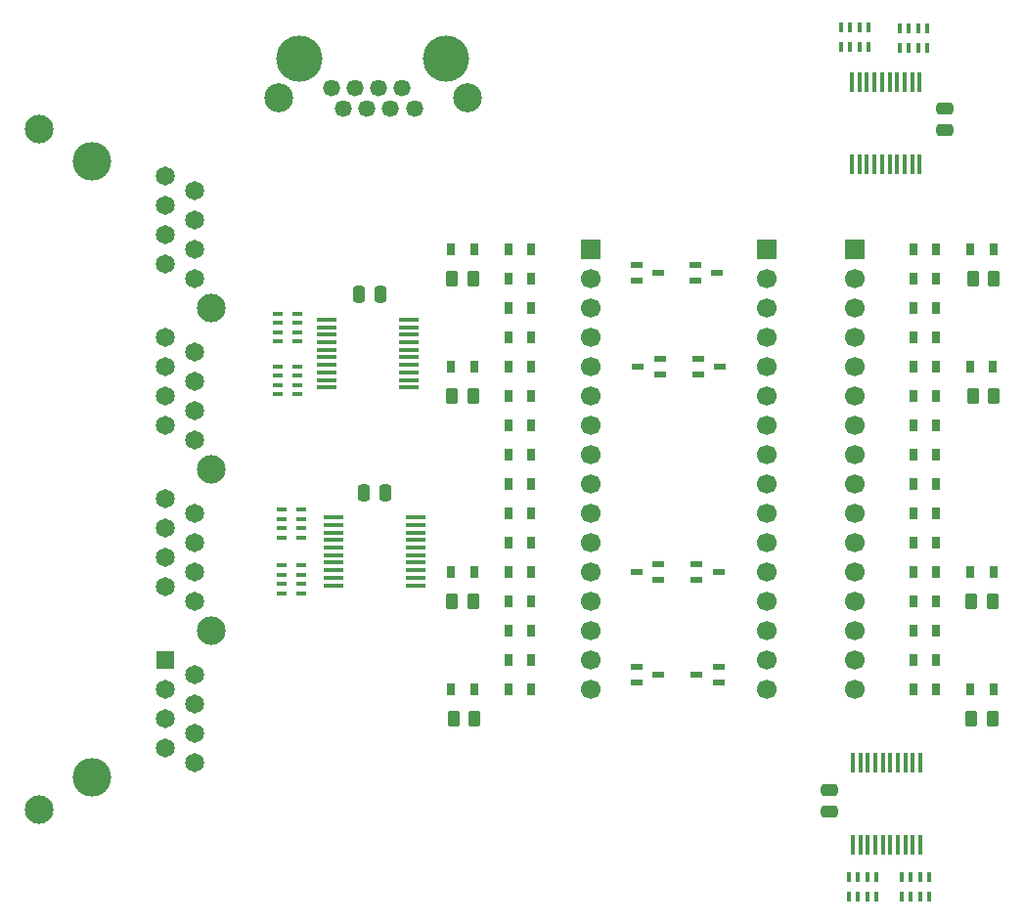
<source format=gts>
%TF.GenerationSoftware,KiCad,Pcbnew,9.0.4*%
%TF.CreationDate,2025-08-27T19:47:37+02:00*%
%TF.ProjectId,HCP65 32 Pin Tester,48435036-3520-4333-9220-50696e205465,V1*%
%TF.SameCoordinates,Original*%
%TF.FileFunction,Soldermask,Top*%
%TF.FilePolarity,Negative*%
%FSLAX46Y46*%
G04 Gerber Fmt 4.6, Leading zero omitted, Abs format (unit mm)*
G04 Created by KiCad (PCBNEW 9.0.4) date 2025-08-27 19:47:37*
%MOMM*%
%LPD*%
G01*
G04 APERTURE LIST*
G04 Aperture macros list*
%AMRoundRect*
0 Rectangle with rounded corners*
0 $1 Rounding radius*
0 $2 $3 $4 $5 $6 $7 $8 $9 X,Y pos of 4 corners*
0 Add a 4 corners polygon primitive as box body*
4,1,4,$2,$3,$4,$5,$6,$7,$8,$9,$2,$3,0*
0 Add four circle primitives for the rounded corners*
1,1,$1+$1,$2,$3*
1,1,$1+$1,$4,$5*
1,1,$1+$1,$6,$7*
1,1,$1+$1,$8,$9*
0 Add four rect primitives between the rounded corners*
20,1,$1+$1,$2,$3,$4,$5,0*
20,1,$1+$1,$4,$5,$6,$7,0*
20,1,$1+$1,$6,$7,$8,$9,0*
20,1,$1+$1,$8,$9,$2,$3,0*%
G04 Aperture macros list end*
%ADD10R,0.800000X1.000000*%
%ADD11RoundRect,0.250000X-0.262500X-0.450000X0.262500X-0.450000X0.262500X0.450000X-0.262500X0.450000X0*%
%ADD12R,0.450000X1.800000*%
%ADD13R,0.900000X0.450000*%
%ADD14R,1.000000X0.550000*%
%ADD15R,0.450000X0.900000*%
%ADD16RoundRect,0.250000X-0.475000X0.250000X-0.475000X-0.250000X0.475000X-0.250000X0.475000X0.250000X0*%
%ADD17RoundRect,0.250000X0.475000X-0.250000X0.475000X0.250000X-0.475000X0.250000X-0.475000X-0.250000X0*%
%ADD18R,1.800000X0.450000*%
%ADD19RoundRect,0.250000X0.250000X0.475000X-0.250000X0.475000X-0.250000X-0.475000X0.250000X-0.475000X0*%
%ADD20C,3.330000*%
%ADD21R,1.650000X1.650000*%
%ADD22C,1.650000*%
%ADD23C,2.475000*%
%ADD24R,1.700000X1.700000*%
%ADD25C,1.700000*%
%ADD26C,4.000000*%
%ADD27C,1.470000*%
%ADD28C,2.500000*%
G04 APERTURE END LIST*
D10*
%TO.C,LED36*%
X66786000Y-16510000D03*
X64785999Y-16510000D03*
%TD*%
%TO.C,LED4*%
X71752500Y-34290000D03*
X69752499Y-34290000D03*
%TD*%
%TO.C,LED39*%
X66786000Y-24130000D03*
X64785999Y-24130000D03*
%TD*%
%TO.C,LED25*%
X66786000Y-29210000D03*
X64785999Y-29210000D03*
%TD*%
%TO.C,LED29*%
X66786000Y-39370000D03*
X64785999Y-39370000D03*
%TD*%
%TO.C,LED19*%
X29734000Y-36830000D03*
X31734001Y-36830000D03*
%TD*%
D11*
%TO.C,R1*%
X24868500Y-8880000D03*
X26693500Y-8880000D03*
%TD*%
D10*
%TO.C,LED12*%
X29734000Y-13970000D03*
X31734001Y-13970000D03*
%TD*%
D11*
%TO.C,R11*%
X69826500Y-46980000D03*
X71651500Y-46980000D03*
%TD*%
D10*
%TO.C,LED14*%
X29734000Y-8890000D03*
X31734001Y-8890000D03*
%TD*%
%TO.C,LED5*%
X24767500Y-44450000D03*
X26767501Y-44450000D03*
%TD*%
%TO.C,LED20*%
X29734000Y-34290000D03*
X31734001Y-34290000D03*
%TD*%
%TO.C,LED1*%
X24767500Y-6350000D03*
X26767501Y-6350000D03*
%TD*%
D12*
%TO.C,IC4*%
X65338000Y8116000D03*
X64688000Y8116000D03*
X64038000Y8116001D03*
X63388000Y8116000D03*
X62738000Y8116000D03*
X62088000Y8116000D03*
X61438000Y8116000D03*
X60788000Y8116001D03*
X60138000Y8116000D03*
X59488000Y8116000D03*
X59488000Y1016000D03*
X60138000Y1016000D03*
X60788000Y1015999D03*
X61438000Y1016000D03*
X62088000Y1016000D03*
X62738000Y1016000D03*
X63388000Y1016000D03*
X64038000Y1015999D03*
X64688000Y1016000D03*
X65338000Y1016000D03*
%TD*%
D10*
%TO.C,LED30*%
X66786000Y-41910000D03*
X64785999Y-41910000D03*
%TD*%
D13*
%TO.C,RN1*%
X11496000Y-18896200D03*
X11496000Y-18096200D03*
X11496000Y-17296200D03*
X11496000Y-16496200D03*
X9796000Y-16496200D03*
X9796000Y-17296200D03*
X9796000Y-18096200D03*
X9796000Y-18896200D03*
%TD*%
D10*
%TO.C,LED27*%
X66786000Y-34290000D03*
X64785999Y-34290000D03*
%TD*%
D14*
%TO.C,D5*%
X40833000Y-42530000D03*
X40833000Y-43830000D03*
X42732999Y-43180000D03*
%TD*%
D10*
%TO.C,LED22*%
X29734000Y-29210000D03*
X31734001Y-29210000D03*
%TD*%
%TO.C,LED9*%
X29734000Y-21590000D03*
X31734001Y-21590000D03*
%TD*%
D11*
%TO.C,R7*%
X24884500Y-36820000D03*
X26709500Y-36820000D03*
%TD*%
D10*
%TO.C,LED8*%
X24783500Y-34290000D03*
X26783501Y-34290000D03*
%TD*%
%TO.C,LED34*%
X66786000Y-11430000D03*
X64785999Y-11430000D03*
%TD*%
D15*
%TO.C,RN3*%
X58546000Y11180000D03*
X59346000Y11180000D03*
X60146000Y11180000D03*
X60946000Y11180000D03*
X60946000Y12880000D03*
X60146000Y12880000D03*
X59346000Y12880000D03*
X58546000Y12880000D03*
%TD*%
D10*
%TO.C,LED26*%
X66786000Y-31750000D03*
X64785999Y-31750000D03*
%TD*%
%TO.C,LED13*%
X29734000Y-11430000D03*
X31734001Y-11430000D03*
%TD*%
%TO.C,LED21*%
X29734000Y-31750000D03*
X31734001Y-31750000D03*
%TD*%
%TO.C,LED15*%
X29734000Y-6350000D03*
X31734001Y-6350000D03*
%TD*%
D16*
%TO.C,C4*%
X57490000Y-53162000D03*
X57490000Y-55062000D03*
%TD*%
D10*
%TO.C,LED16*%
X29734000Y-44450000D03*
X31734001Y-44450000D03*
%TD*%
%TO.C,LED3*%
X71707000Y-16510000D03*
X69706999Y-16510000D03*
%TD*%
D17*
%TO.C,C2*%
X67493000Y3936000D03*
X67493000Y5836000D03*
%TD*%
D14*
%TO.C,D1*%
X40833000Y-7732000D03*
X40833000Y-9032000D03*
X42732999Y-8382000D03*
%TD*%
D13*
%TO.C,RN6*%
X11801000Y-31299000D03*
X11801000Y-30499000D03*
X11801000Y-29699000D03*
X11801000Y-28899000D03*
X10101000Y-28899000D03*
X10101000Y-29699000D03*
X10101000Y-30499000D03*
X10101000Y-31299000D03*
%TD*%
D18*
%TO.C,IC1*%
X14046000Y-12457000D03*
X14046000Y-13107000D03*
X14045999Y-13757000D03*
X14046000Y-14407000D03*
X14046000Y-15057000D03*
X14046000Y-15707000D03*
X14046000Y-16357000D03*
X14045999Y-17007000D03*
X14046000Y-17657000D03*
X14046000Y-18307000D03*
X21146000Y-18307000D03*
X21146000Y-17657000D03*
X21146001Y-17007000D03*
X21146000Y-16357000D03*
X21146000Y-15707000D03*
X21146000Y-15057000D03*
X21146000Y-14407000D03*
X21146001Y-13757000D03*
X21146000Y-13107000D03*
X21146000Y-12457000D03*
%TD*%
D12*
%TO.C,IC3*%
X59559000Y-57906000D03*
X60209000Y-57906000D03*
X60859000Y-57906000D03*
X61509000Y-57906000D03*
X62159000Y-57906000D03*
X62809000Y-57906000D03*
X63459000Y-57906000D03*
X64109000Y-57906000D03*
X64759000Y-57906000D03*
X65409000Y-57906000D03*
X65409000Y-50806000D03*
X64759000Y-50806000D03*
X64109000Y-50806000D03*
X63459000Y-50806000D03*
X62809000Y-50806000D03*
X62159000Y-50806000D03*
X61509000Y-50806000D03*
X60859000Y-50806000D03*
X60209000Y-50806000D03*
X59559000Y-50806000D03*
%TD*%
D10*
%TO.C,LED6*%
X71736500Y-6350000D03*
X69736499Y-6350000D03*
%TD*%
D15*
%TO.C,RN9*%
X61611000Y-60716000D03*
X60811000Y-60716000D03*
X60011000Y-60716000D03*
X59211000Y-60716000D03*
X59211000Y-62416000D03*
X60011000Y-62416000D03*
X60811000Y-62416000D03*
X61611000Y-62416000D03*
%TD*%
D10*
%TO.C,LED17*%
X29734000Y-41910000D03*
X31734001Y-41910000D03*
%TD*%
%TO.C,LED18*%
X29734000Y-39370000D03*
X31734001Y-39370000D03*
%TD*%
D19*
%TO.C,C1*%
X18669000Y-10287000D03*
X16769000Y-10287000D03*
%TD*%
D20*
%TO.C,J1*%
X-6350000Y1270000D03*
X-6350000Y-52070000D03*
D21*
X0Y-41910000D03*
D22*
X2540000Y-43180000D03*
X0Y-44450000D03*
X2540000Y-45720000D03*
X0Y-46989999D03*
X2540000Y-48260000D03*
X0Y-49530000D03*
X2540000Y-50800000D03*
X0Y-27940000D03*
X2540000Y-29210000D03*
X0Y-30479999D03*
X2540000Y-31750000D03*
X0Y-33020000D03*
X2540000Y-34290000D03*
X0Y-35560000D03*
X2540000Y-36830000D03*
X0Y-13970001D03*
X2540000Y-15240000D03*
X0Y-16510000D03*
X2540000Y-17780000D03*
X0Y-19050000D03*
X2540000Y-20320000D03*
X0Y-21590000D03*
X2540000Y-22860000D03*
X0Y0D03*
X2540000Y-1270000D03*
X0Y-2540000D03*
X2540000Y-3810000D03*
X0Y-5080000D03*
X2540000Y-6350000D03*
X0Y-7619999D03*
X2540000Y-8890000D03*
D23*
X-10920000Y4060000D03*
X4060000Y-11430000D03*
X4060000Y-25400001D03*
X4060000Y-39370000D03*
X-10920000Y-54860000D03*
%TD*%
D10*
%TO.C,LED37*%
X66786000Y-19050000D03*
X64785999Y-19050000D03*
%TD*%
%TO.C,LED31*%
X66786000Y-44450000D03*
X64785999Y-44450000D03*
%TD*%
D13*
%TO.C,RN2*%
X11496000Y-14329200D03*
X11496000Y-13529200D03*
X11496000Y-12729200D03*
X11496000Y-11929200D03*
X9796000Y-11929200D03*
X9796000Y-12729200D03*
X9796000Y-13529200D03*
X9796000Y-14329200D03*
%TD*%
D14*
%TO.C,D8*%
X42733000Y-34940000D03*
X42733000Y-33640000D03*
X40833001Y-34290000D03*
%TD*%
D11*
%TO.C,R4*%
X24995500Y-46980000D03*
X26820500Y-46980000D03*
%TD*%
D19*
%TO.C,C3*%
X19095000Y-27432000D03*
X17195000Y-27432000D03*
%TD*%
D24*
%TO.C,J8*%
X36830000Y-6350000D03*
D25*
X36830000Y-8890000D03*
X36830000Y-11430000D03*
X36830000Y-13970000D03*
X36830000Y-16510000D03*
X36830000Y-19050000D03*
X36830000Y-21590000D03*
X36830000Y-24130000D03*
X36830000Y-26670000D03*
X36830000Y-29210000D03*
X36830000Y-31750000D03*
X36830000Y-34290000D03*
X36830000Y-36830000D03*
X36830000Y-39370000D03*
X36830000Y-41910000D03*
X36830000Y-44450000D03*
%TD*%
D14*
%TO.C,D7*%
X42860000Y-17160000D03*
X42860000Y-15860000D03*
X40960001Y-16510000D03*
%TD*%
D10*
%TO.C,LED7*%
X24767500Y-16510000D03*
X26767501Y-16510000D03*
%TD*%
%TO.C,LED23*%
X29734000Y-26670000D03*
X31734001Y-26670000D03*
%TD*%
%TO.C,LED24*%
X66786000Y-26670000D03*
X64785999Y-26670000D03*
%TD*%
D14*
%TO.C,D6*%
X45913000Y-7732000D03*
X45913000Y-9032000D03*
X47812999Y-8382000D03*
%TD*%
D10*
%TO.C,LED35*%
X66786000Y-13970000D03*
X64785999Y-13970000D03*
%TD*%
%TO.C,LED10*%
X29734000Y-19050000D03*
X31734001Y-19050000D03*
%TD*%
D15*
%TO.C,RN4*%
X63626000Y11053000D03*
X64426000Y11053000D03*
X65226000Y11053000D03*
X66026000Y11053000D03*
X66026000Y12753000D03*
X65226000Y12753000D03*
X64426000Y12753000D03*
X63626000Y12753000D03*
%TD*%
D24*
%TO.C,J3*%
X52070000Y-6350000D03*
D25*
X52070000Y-8890000D03*
X52070000Y-11430000D03*
X52070000Y-13970000D03*
X52070000Y-16510000D03*
X52070000Y-19050000D03*
X52070000Y-21590000D03*
X52070000Y-24130000D03*
X52070000Y-26670000D03*
X52070000Y-29210000D03*
X52070000Y-31750000D03*
X52070000Y-34290000D03*
X52070000Y-36830000D03*
X52070000Y-39370000D03*
X52070000Y-41910000D03*
X52070000Y-44450000D03*
%TD*%
D15*
%TO.C,RN10*%
X66183000Y-60716000D03*
X65383000Y-60716000D03*
X64583000Y-60716000D03*
X63783000Y-60716000D03*
X63783000Y-62416000D03*
X64583000Y-62416000D03*
X65383000Y-62416000D03*
X66183000Y-62416000D03*
%TD*%
D10*
%TO.C,LED33*%
X66786000Y-8890000D03*
X64785999Y-8890000D03*
%TD*%
D13*
%TO.C,RN5*%
X11801000Y-36125000D03*
X11801000Y-35325000D03*
X11801000Y-34525000D03*
X11801000Y-33725000D03*
X10101000Y-33725000D03*
X10101000Y-34525000D03*
X10101000Y-35325000D03*
X10101000Y-36125000D03*
%TD*%
D10*
%TO.C,LED32*%
X66786000Y-6350000D03*
X64785999Y-6350000D03*
%TD*%
D14*
%TO.C,D4*%
X46040000Y-33640000D03*
X46040000Y-34940000D03*
X47939999Y-34290000D03*
%TD*%
%TO.C,D3*%
X46167000Y-15860000D03*
X46167000Y-17160000D03*
X48066999Y-16510000D03*
%TD*%
D24*
%TO.C,J9*%
X59690000Y-6350000D03*
D25*
X59690000Y-8890000D03*
X59690000Y-11430000D03*
X59690000Y-13970000D03*
X59690000Y-16510000D03*
X59690000Y-19050000D03*
X59690000Y-21590000D03*
X59690000Y-24130000D03*
X59690000Y-26670000D03*
X59690000Y-29210000D03*
X59690000Y-31750000D03*
X59690000Y-34290000D03*
X59690000Y-36830000D03*
X59690000Y-39370000D03*
X59690000Y-41910000D03*
X59690000Y-44450000D03*
%TD*%
D10*
%TO.C,LED28*%
X66786000Y-36830000D03*
X64785999Y-36830000D03*
%TD*%
%TO.C,LED11*%
X29734000Y-16510000D03*
X31734001Y-16510000D03*
%TD*%
D26*
%TO.C,J2*%
X24380000Y10162000D03*
X11680000Y10162000D03*
D27*
X14450000Y7622000D03*
X15470000Y5842000D03*
X16490000Y7622000D03*
X17510000Y5842000D03*
X18530000Y7622000D03*
X19550000Y5842000D03*
X20570000Y7622000D03*
X21590000Y5842000D03*
D28*
X9900000Y6732000D03*
X26160000Y6732000D03*
%TD*%
D10*
%TO.C,LED2*%
X71752500Y-44450000D03*
X69752499Y-44450000D03*
%TD*%
D11*
%TO.C,R3*%
X69826500Y-36820000D03*
X71651500Y-36820000D03*
%TD*%
D18*
%TO.C,IC2*%
X14611000Y-29587000D03*
X14611000Y-30237000D03*
X14610999Y-30887000D03*
X14611000Y-31537000D03*
X14611000Y-32187000D03*
X14611000Y-32837000D03*
X14611000Y-33487000D03*
X14610999Y-34137000D03*
X14611000Y-34787000D03*
X14611000Y-35437000D03*
X21711000Y-35437000D03*
X21711000Y-34787000D03*
X21711001Y-34137000D03*
X21711000Y-33487000D03*
X21711000Y-32837000D03*
X21711000Y-32187000D03*
X21711000Y-31537000D03*
X21711001Y-30887000D03*
X21711000Y-30237000D03*
X21711000Y-29587000D03*
%TD*%
D10*
%TO.C,LED38*%
X66786000Y-21590000D03*
X64785999Y-21590000D03*
%TD*%
D11*
%TO.C,R5*%
X69937500Y-8880000D03*
X71762500Y-8880000D03*
%TD*%
%TO.C,R2*%
X69937500Y-19040000D03*
X71762500Y-19040000D03*
%TD*%
%TO.C,R6*%
X24868500Y-19040000D03*
X26693500Y-19040000D03*
%TD*%
D10*
%TO.C,LED48*%
X29734000Y-24130000D03*
X31734001Y-24130000D03*
%TD*%
D14*
%TO.C,D2*%
X47940000Y-43830000D03*
X47940000Y-42530000D03*
X46040001Y-43180000D03*
%TD*%
M02*

</source>
